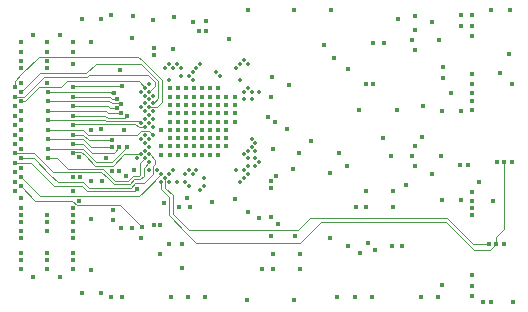
<source format=gbr>
G04 (created by PCBNEW (2013-07-07 BZR 4022)-stable) date 19/11/2015 00:50:24*
%MOIN*%
G04 Gerber Fmt 3.4, Leading zero omitted, Abs format*
%FSLAX34Y34*%
G01*
G70*
G90*
G04 APERTURE LIST*
%ADD10C,0.00590551*%
%ADD11C,0.015748*%
%ADD12C,0.0137795*%
%ADD13C,0.00393701*%
G04 APERTURE END LIST*
G54D10*
G54D11*
X69625Y-48818D03*
X68582Y-48681D03*
X67874Y-48779D03*
X69212Y-48858D03*
X71830Y-50669D03*
X71929Y-52165D03*
X71023Y-55196D03*
X71712Y-52027D03*
X72529Y-53759D03*
X68110Y-55629D03*
X67893Y-55629D03*
X70413Y-49409D03*
X74074Y-53208D03*
X63464Y-55511D03*
X64330Y-55511D03*
X65196Y-55511D03*
X68405Y-56240D03*
X73759Y-53897D03*
X71791Y-55984D03*
X73759Y-56062D03*
X68838Y-56240D03*
X69625Y-49153D03*
X71417Y-55374D03*
X67913Y-49724D03*
X72401Y-50964D03*
X73129Y-52814D03*
X75826Y-56299D03*
X78503Y-50570D03*
X78366Y-53602D03*
X77165Y-53917D03*
X76870Y-51653D03*
X77165Y-48838D03*
X65196Y-55826D03*
X64330Y-55826D03*
X63464Y-55826D03*
G54D12*
X70890Y-53264D03*
X69580Y-54313D03*
X70629Y-53789D03*
X68662Y-50249D03*
X67745Y-52216D03*
G54D11*
X63267Y-53858D03*
X63464Y-51496D03*
G54D12*
X67614Y-51036D03*
G54D11*
X63267Y-51338D03*
G54D12*
X67745Y-51167D03*
G54D11*
X63267Y-51023D03*
G54D12*
X67744Y-51691D03*
G54D11*
X63464Y-52125D03*
G54D12*
X67481Y-51691D03*
G54D11*
X65196Y-51023D03*
X66850Y-50984D03*
G54D12*
X67614Y-51298D03*
G54D11*
X63267Y-51653D03*
X63464Y-51811D03*
G54D12*
X67745Y-51429D03*
G54D11*
X63464Y-51181D03*
G54D12*
X67876Y-51560D03*
G54D11*
X66574Y-51200D03*
X64370Y-51181D03*
X65196Y-51338D03*
X66653Y-51417D03*
G54D12*
X67614Y-51560D03*
G54D11*
X63267Y-51968D03*
X66811Y-51574D03*
X64370Y-51496D03*
X63267Y-53228D03*
G54D12*
X67745Y-53527D03*
G54D11*
X64370Y-53385D03*
G54D12*
X67614Y-53396D03*
G54D11*
X63267Y-52283D03*
G54D12*
X67745Y-52740D03*
G54D11*
X63464Y-52440D03*
G54D12*
X67483Y-52740D03*
X67744Y-53264D03*
G54D11*
X63464Y-53385D03*
G54D12*
X67481Y-53264D03*
G54D11*
X65196Y-53228D03*
X63267Y-52913D03*
G54D12*
X67614Y-53133D03*
G54D11*
X63464Y-53070D03*
X66751Y-53799D03*
X63464Y-52755D03*
G54D12*
X67745Y-53002D03*
G54D11*
X66988Y-53031D03*
X64370Y-53070D03*
X63267Y-52598D03*
G54D12*
X67614Y-52871D03*
G54D11*
X65196Y-52913D03*
X66751Y-53031D03*
X66988Y-51988D03*
X65196Y-51968D03*
X66515Y-52795D03*
X65196Y-52598D03*
X66811Y-51889D03*
X64370Y-51811D03*
X64370Y-52440D03*
G54D12*
X67876Y-52609D03*
G54D11*
X63464Y-54330D03*
X67500Y-55688D03*
X65393Y-54803D03*
X67165Y-55728D03*
X66811Y-55728D03*
X63267Y-54488D03*
X63267Y-54173D03*
X66535Y-55118D03*
X75039Y-56220D03*
X75255Y-56437D03*
X76181Y-56299D03*
X74763Y-56555D03*
X78503Y-51771D03*
X78503Y-51220D03*
X78503Y-51496D03*
X78503Y-50925D03*
X78720Y-54192D03*
X78090Y-53602D03*
X78503Y-54527D03*
X76003Y-51791D03*
X73562Y-49625D03*
X73917Y-50059D03*
X74370Y-50413D03*
X75570Y-49547D03*
X75216Y-49547D03*
X76023Y-48759D03*
X71515Y-57086D03*
X71870Y-57086D03*
X72775Y-57086D03*
X71870Y-56594D03*
X72775Y-56594D03*
X74960Y-54488D03*
X75885Y-54488D03*
X75885Y-55000D03*
X74960Y-55000D03*
X74625Y-55000D03*
X64783Y-57342D03*
X64330Y-50866D03*
X63877Y-57342D03*
X63464Y-56062D03*
X65196Y-55275D03*
X65196Y-56535D03*
X64330Y-56535D03*
X63464Y-56535D03*
X63464Y-57086D03*
X63464Y-56771D03*
X64330Y-57086D03*
X64330Y-56771D03*
X65196Y-56771D03*
X65196Y-57086D03*
X65196Y-56062D03*
X65196Y-55039D03*
X63464Y-55275D03*
X63464Y-55039D03*
X63464Y-54724D03*
X63464Y-50866D03*
X64330Y-50393D03*
X63464Y-50393D03*
X64783Y-49271D03*
X63877Y-49271D03*
X64330Y-50157D03*
X63464Y-50157D03*
X65196Y-49842D03*
X63464Y-49842D03*
X64330Y-49842D03*
X63464Y-49527D03*
X64330Y-49527D03*
X65196Y-49527D03*
X67460Y-56062D03*
X66141Y-52421D03*
X71791Y-55334D03*
X66122Y-57874D03*
X65492Y-57874D03*
X66830Y-58011D03*
X66456Y-58011D03*
X69606Y-58011D03*
X68464Y-58011D03*
X69035Y-58011D03*
X72578Y-58129D03*
X71003Y-58129D03*
X75157Y-58011D03*
X74015Y-58011D03*
X74586Y-58011D03*
X77500Y-57598D03*
X76791Y-58011D03*
X77362Y-58011D03*
X77500Y-54783D03*
X78129Y-54783D03*
X77814Y-51200D03*
X78129Y-51830D03*
X77500Y-51830D03*
X78129Y-48976D03*
X78129Y-48622D03*
X73818Y-48464D03*
X72578Y-48464D03*
X71043Y-48464D03*
X66456Y-48602D03*
X65492Y-48740D03*
X66122Y-48740D03*
X78503Y-49330D03*
X78503Y-48622D03*
X79133Y-48444D03*
X79763Y-48444D03*
X78503Y-48976D03*
X79330Y-53503D03*
X79842Y-50905D03*
X79448Y-50551D03*
X79192Y-54803D03*
X78503Y-54803D03*
X78503Y-55295D03*
X78503Y-55039D03*
X79566Y-56259D03*
X78503Y-57283D03*
X78503Y-57992D03*
X79881Y-58188D03*
X78858Y-58188D03*
X79133Y-58188D03*
X78503Y-57637D03*
X68838Y-57047D03*
X72598Y-55984D03*
X77539Y-50708D03*
X76850Y-52696D03*
X76318Y-54291D03*
X75807Y-53307D03*
X76614Y-52972D03*
X76614Y-53641D03*
X76515Y-53307D03*
X77539Y-50354D03*
X76614Y-49783D03*
X76614Y-48641D03*
X76515Y-49448D03*
X76614Y-49114D03*
X66535Y-55433D03*
X65807Y-49507D03*
X65807Y-57106D03*
X65807Y-55413D03*
X65807Y-54153D03*
X65807Y-52460D03*
X66515Y-53799D03*
X66181Y-54153D03*
X74350Y-53641D03*
X74360Y-56328D03*
X75531Y-52716D03*
X74980Y-50925D03*
X74724Y-51791D03*
X75216Y-50925D03*
X67185Y-49389D03*
X69389Y-49153D03*
X68523Y-49744D03*
X67204Y-48661D03*
G54D12*
X69974Y-50511D03*
G54D11*
X69763Y-51062D03*
X69763Y-51338D03*
X69488Y-51338D03*
X70039Y-51062D03*
X70314Y-51614D03*
X70314Y-52165D03*
X70039Y-52716D03*
X70314Y-52992D03*
X70039Y-52992D03*
X69763Y-52992D03*
X69232Y-52992D03*
X68700Y-52992D03*
X68149Y-52992D03*
X68700Y-52165D03*
X68425Y-51062D03*
X68700Y-51614D03*
X68700Y-51338D03*
X68700Y-51062D03*
X69232Y-51062D03*
X68956Y-51062D03*
X69488Y-51062D03*
X68956Y-51338D03*
X69232Y-51338D03*
X68425Y-51338D03*
X70039Y-51338D03*
X70314Y-51338D03*
X70590Y-51338D03*
X70590Y-51614D03*
X70039Y-51614D03*
X69763Y-51614D03*
X68425Y-51614D03*
X69232Y-51614D03*
X68956Y-51614D03*
X69488Y-51614D03*
X69488Y-52165D03*
X68956Y-52165D03*
X69232Y-52165D03*
X68425Y-52165D03*
X69763Y-52165D03*
X70039Y-52165D03*
X70590Y-52165D03*
X70590Y-51889D03*
X70314Y-51889D03*
X70039Y-51889D03*
X69763Y-51889D03*
X68425Y-51889D03*
X68700Y-51889D03*
X69232Y-51889D03*
X68956Y-51889D03*
X69488Y-51889D03*
X69488Y-52992D03*
X68956Y-52992D03*
X68425Y-52992D03*
X70039Y-53267D03*
X69763Y-53267D03*
X68149Y-53267D03*
X68425Y-53267D03*
X68700Y-53267D03*
X69232Y-53267D03*
X68956Y-53267D03*
X69488Y-53267D03*
X69488Y-52716D03*
X68956Y-52716D03*
X69232Y-52716D03*
X68700Y-52716D03*
X68425Y-52716D03*
X69763Y-52716D03*
X70314Y-52716D03*
X70314Y-52440D03*
X70039Y-52440D03*
X69763Y-52440D03*
X68149Y-52440D03*
X68425Y-52440D03*
X68700Y-52440D03*
X69232Y-52440D03*
X68956Y-52440D03*
X69488Y-52440D03*
X72322Y-52401D03*
X71811Y-51338D03*
G54D12*
X70760Y-54182D03*
G54D11*
X71791Y-54133D03*
G54D12*
X70891Y-53789D03*
G54D11*
X68228Y-54881D03*
G54D12*
X68662Y-54182D03*
X69056Y-54313D03*
G54D11*
X71968Y-53976D03*
X69015Y-54724D03*
X69114Y-55000D03*
X69822Y-54842D03*
X71870Y-53070D03*
G54D12*
X71416Y-53527D03*
X71285Y-53133D03*
X71285Y-52871D03*
X70760Y-50774D03*
X70105Y-50642D03*
X69187Y-50774D03*
X69056Y-50642D03*
X68792Y-50380D03*
X68400Y-50249D03*
G54D11*
X67913Y-49940D03*
G54D12*
X68400Y-53920D03*
X67351Y-53396D03*
X67483Y-51167D03*
X67614Y-51822D03*
X67876Y-52085D03*
G54D11*
X67224Y-53779D03*
G54D12*
X67745Y-51953D03*
G54D11*
X64330Y-55275D03*
X77401Y-49448D03*
X65196Y-54015D03*
X77460Y-53307D03*
X65452Y-54015D03*
X63464Y-53700D03*
X66653Y-51712D03*
X65196Y-51653D03*
X66515Y-53031D03*
X64370Y-52755D03*
G54D12*
X71022Y-50249D03*
G54D11*
X79724Y-49921D03*
G54D12*
X70760Y-50249D03*
X70628Y-50380D03*
X70891Y-50118D03*
X69187Y-50511D03*
X71153Y-51429D03*
X69449Y-54444D03*
X69317Y-50380D03*
X69449Y-50249D03*
X68268Y-50380D03*
X68794Y-50642D03*
G54D11*
X70590Y-54744D03*
G54D12*
X68925Y-53920D03*
X69579Y-54051D03*
X68925Y-54182D03*
G54D11*
X72027Y-55590D03*
G54D12*
X71416Y-51167D03*
X70891Y-51167D03*
X68400Y-50774D03*
X70890Y-54051D03*
X69187Y-53920D03*
G54D11*
X68740Y-55000D03*
X68110Y-56574D03*
G54D12*
X69056Y-53789D03*
G54D11*
X66889Y-52460D03*
X66968Y-53996D03*
G54D12*
X67744Y-50905D03*
X67614Y-52085D03*
X71153Y-51167D03*
X70891Y-51429D03*
X71022Y-51036D03*
X71022Y-53658D03*
X68531Y-53789D03*
X68400Y-54182D03*
X67614Y-52609D03*
G54D11*
X66299Y-53366D03*
X66771Y-50433D03*
G54D12*
X67876Y-51298D03*
X67876Y-51822D03*
X71153Y-52740D03*
X71022Y-53396D03*
X71285Y-53658D03*
X71153Y-53002D03*
X71285Y-53396D03*
G54D11*
X72736Y-53208D03*
G54D12*
X71022Y-53133D03*
X68007Y-53789D03*
X67745Y-53789D03*
G54D11*
X79822Y-53503D03*
G54D12*
X68268Y-54051D03*
G54D11*
X79055Y-56259D03*
X79566Y-53503D03*
G54D12*
X68138Y-54182D03*
G54D11*
X79311Y-56259D03*
X71791Y-54389D03*
G54D12*
X69318Y-53789D03*
G54D11*
X63464Y-54015D03*
G54D12*
X68138Y-53920D03*
X68530Y-50380D03*
G54D11*
X65196Y-50236D03*
X65413Y-53346D03*
G54D12*
X67483Y-52216D03*
G54D11*
X64370Y-52125D03*
G54D12*
X67614Y-52347D03*
G54D11*
X65196Y-52283D03*
X65196Y-54488D03*
G54D12*
X71022Y-53920D03*
G54D11*
X63267Y-53543D03*
X67342Y-54409D03*
G54D12*
X67876Y-52347D03*
G54D13*
X63464Y-51496D02*
X63602Y-51496D01*
X64074Y-51023D02*
X63602Y-51496D01*
X67611Y-51036D02*
X67401Y-50826D01*
X67401Y-50826D02*
X65000Y-50826D01*
X65000Y-50826D02*
X64803Y-51023D01*
X67614Y-51036D02*
X67611Y-51036D01*
X64803Y-51023D02*
X64074Y-51023D01*
X63267Y-51338D02*
X63582Y-51338D01*
X67716Y-50629D02*
X65728Y-50629D01*
X67750Y-51167D02*
X67933Y-50984D01*
X67933Y-50984D02*
X67933Y-50846D01*
X67933Y-50846D02*
X67716Y-50629D01*
X67745Y-51167D02*
X67750Y-51167D01*
X64232Y-50688D02*
X64074Y-50846D01*
X65669Y-50688D02*
X64232Y-50688D01*
X65728Y-50629D02*
X65669Y-50688D01*
X63582Y-51338D02*
X64074Y-50846D01*
X67500Y-50118D02*
X67381Y-50000D01*
X64074Y-50000D02*
X63484Y-50590D01*
X67381Y-50000D02*
X64074Y-50000D01*
X63267Y-50807D02*
X63267Y-51023D01*
X63484Y-50590D02*
X63267Y-50807D01*
X67744Y-51691D02*
X67993Y-51691D01*
X68169Y-50787D02*
X67500Y-50118D01*
X68169Y-51515D02*
X68169Y-50787D01*
X67993Y-51691D02*
X68169Y-51515D01*
X66850Y-50984D02*
X66574Y-50984D01*
X65236Y-50984D02*
X65196Y-51023D01*
X65374Y-50984D02*
X66574Y-50984D01*
X65374Y-50984D02*
X65236Y-50984D01*
X63464Y-51181D02*
X63484Y-51181D01*
X63484Y-51181D02*
X63602Y-51062D01*
X65639Y-50561D02*
X64104Y-50561D01*
X63976Y-50688D02*
X63602Y-51062D01*
X64104Y-50561D02*
X63602Y-51062D01*
X67460Y-50236D02*
X65964Y-50236D01*
X65964Y-50236D02*
X65639Y-50561D01*
X67876Y-51560D02*
X67888Y-51560D01*
X68051Y-50826D02*
X67460Y-50236D01*
X68051Y-51397D02*
X68051Y-50826D01*
X67888Y-51560D02*
X68051Y-51397D01*
X64527Y-51181D02*
X64370Y-51181D01*
X66574Y-51200D02*
X66476Y-51200D01*
X66456Y-51181D02*
X64724Y-51181D01*
X66476Y-51200D02*
X66456Y-51181D01*
X64724Y-51181D02*
X64527Y-51181D01*
X65393Y-51338D02*
X65196Y-51338D01*
X66515Y-51417D02*
X66437Y-51338D01*
X66437Y-51338D02*
X65393Y-51338D01*
X66653Y-51417D02*
X66515Y-51417D01*
X64527Y-51496D02*
X64370Y-51496D01*
X66811Y-51574D02*
X66751Y-51574D01*
X66417Y-51496D02*
X64822Y-51496D01*
X66486Y-51564D02*
X66417Y-51496D01*
X66742Y-51564D02*
X66486Y-51564D01*
X66751Y-51574D02*
X66742Y-51564D01*
X64822Y-51496D02*
X64527Y-51496D01*
X63562Y-53228D02*
X63267Y-53228D01*
X63917Y-53228D02*
X63562Y-53228D01*
X67559Y-53700D02*
X67732Y-53527D01*
X66555Y-54251D02*
X66358Y-54055D01*
X67086Y-54251D02*
X66555Y-54251D01*
X67244Y-54094D02*
X67086Y-54251D01*
X67440Y-54094D02*
X67244Y-54094D01*
X67559Y-53976D02*
X67440Y-54094D01*
X67559Y-53700D02*
X67559Y-53976D01*
X66141Y-53838D02*
X64527Y-53838D01*
X66358Y-54055D02*
X66141Y-53838D01*
X64527Y-53838D02*
X63917Y-53228D01*
X67745Y-53527D02*
X67732Y-53527D01*
X67732Y-53527D02*
X67696Y-53562D01*
X65866Y-53740D02*
X65039Y-53740D01*
X65039Y-53740D02*
X64685Y-53385D01*
X64527Y-53385D02*
X64370Y-53385D01*
X66200Y-53740D02*
X65866Y-53740D01*
X66377Y-53917D02*
X66200Y-53740D01*
X64685Y-53385D02*
X64527Y-53385D01*
X67614Y-53396D02*
X67607Y-53396D01*
X67607Y-53396D02*
X67440Y-53562D01*
X66614Y-54153D02*
X66377Y-53917D01*
X67027Y-54153D02*
X66614Y-54153D01*
X67204Y-53976D02*
X67027Y-54153D01*
X67401Y-53976D02*
X67204Y-53976D01*
X67440Y-53937D02*
X67401Y-53976D01*
X67440Y-53562D02*
X67440Y-53937D01*
X66417Y-53956D02*
X66377Y-53917D01*
X64704Y-54192D02*
X65551Y-54192D01*
X65551Y-54192D02*
X65610Y-54251D01*
X67874Y-53740D02*
X67874Y-53917D01*
X67125Y-54370D02*
X65728Y-54370D01*
X67283Y-54212D02*
X67125Y-54370D01*
X67578Y-54212D02*
X67283Y-54212D01*
X67874Y-53917D02*
X67578Y-54212D01*
X65728Y-54370D02*
X65610Y-54251D01*
X67744Y-53264D02*
X67753Y-53264D01*
X67874Y-53641D02*
X67874Y-53740D01*
X67933Y-53582D02*
X67874Y-53641D01*
X67933Y-53444D02*
X67933Y-53582D01*
X67753Y-53264D02*
X67933Y-53444D01*
X65610Y-54251D02*
X65590Y-54232D01*
X64448Y-53937D02*
X63897Y-53385D01*
X63897Y-53385D02*
X63464Y-53385D01*
X64704Y-54192D02*
X64448Y-53937D01*
X65196Y-53228D02*
X65255Y-53169D01*
X65472Y-53169D02*
X65590Y-53287D01*
X65255Y-53169D02*
X65472Y-53169D01*
X65590Y-53287D02*
X65944Y-53641D01*
X66102Y-53641D02*
X65944Y-53641D01*
X67481Y-53264D02*
X66912Y-53264D01*
X66535Y-53641D02*
X66102Y-53641D01*
X66912Y-53264D02*
X66535Y-53641D01*
X64370Y-53070D02*
X65531Y-53070D01*
X65531Y-53070D02*
X65984Y-53523D01*
X66732Y-53287D02*
X66496Y-53523D01*
X66988Y-53031D02*
X66732Y-53287D01*
X66496Y-53523D02*
X65984Y-53523D01*
X66102Y-53208D02*
X65826Y-53208D01*
X65531Y-52913D02*
X65196Y-52913D01*
X65826Y-53208D02*
X65531Y-52913D01*
X65374Y-52913D02*
X65196Y-52913D01*
X66751Y-53031D02*
X66574Y-53208D01*
X66161Y-53208D02*
X66102Y-53208D01*
X66102Y-53208D02*
X65925Y-53208D01*
X66574Y-53208D02*
X66161Y-53208D01*
X65393Y-51968D02*
X65196Y-51968D01*
X66929Y-52047D02*
X66358Y-52047D01*
X66358Y-52047D02*
X66279Y-51968D01*
X66279Y-51968D02*
X65393Y-51968D01*
X66988Y-51988D02*
X66929Y-52047D01*
X66515Y-52795D02*
X65728Y-52795D01*
X65531Y-52598D02*
X65196Y-52598D01*
X65728Y-52795D02*
X65531Y-52598D01*
X64370Y-51811D02*
X64527Y-51811D01*
X66811Y-51889D02*
X66377Y-51889D01*
X66299Y-51811D02*
X64783Y-51811D01*
X66377Y-51889D02*
X66299Y-51811D01*
X64783Y-51811D02*
X64527Y-51811D01*
X65275Y-52440D02*
X65531Y-52440D01*
X65531Y-52440D02*
X65708Y-52618D01*
X64370Y-52440D02*
X64527Y-52440D01*
X65452Y-52440D02*
X65275Y-52440D01*
X65275Y-52440D02*
X64783Y-52440D01*
X64783Y-52440D02*
X64527Y-52440D01*
X67677Y-52480D02*
X67480Y-52480D01*
X67480Y-52480D02*
X67342Y-52618D01*
X67342Y-52618D02*
X65708Y-52618D01*
X67381Y-52578D02*
X67480Y-52480D01*
X67876Y-52609D02*
X67865Y-52609D01*
X67865Y-52609D02*
X67736Y-52480D01*
X67736Y-52480D02*
X67677Y-52480D01*
X66771Y-54960D02*
X65334Y-54960D01*
X63937Y-54803D02*
X63464Y-54330D01*
X65177Y-54803D02*
X63937Y-54803D01*
X65334Y-54960D02*
X65177Y-54803D01*
X66771Y-54960D02*
X67500Y-55688D01*
X65393Y-51653D02*
X65196Y-51653D01*
X66437Y-51712D02*
X66377Y-51653D01*
X66377Y-51653D02*
X65393Y-51653D01*
X66653Y-51712D02*
X66437Y-51712D01*
X66515Y-53031D02*
X65807Y-53031D01*
X65531Y-52755D02*
X64370Y-52755D01*
X65807Y-53031D02*
X65531Y-52755D01*
X72480Y-55787D02*
X72716Y-55787D01*
X78543Y-56259D02*
X79055Y-56259D01*
X77677Y-55393D02*
X78543Y-56259D01*
X73110Y-55393D02*
X77677Y-55393D01*
X72716Y-55787D02*
X73110Y-55393D01*
X68268Y-54051D02*
X68268Y-54370D01*
X69074Y-55787D02*
X72480Y-55787D01*
X68523Y-55236D02*
X69074Y-55787D01*
X68523Y-54625D02*
X68523Y-55236D01*
X68268Y-54370D02*
X68523Y-54625D01*
X72440Y-56200D02*
X72775Y-56200D01*
X78582Y-56456D02*
X79114Y-56456D01*
X77637Y-55511D02*
X78582Y-56456D01*
X73464Y-55511D02*
X77637Y-55511D01*
X72775Y-56200D02*
X73464Y-55511D01*
X79566Y-53503D02*
X79566Y-55748D01*
X79311Y-56003D02*
X79311Y-56259D01*
X79566Y-55748D02*
X79311Y-56003D01*
X68138Y-54182D02*
X68138Y-54418D01*
X79114Y-56456D02*
X79311Y-56259D01*
X69311Y-56200D02*
X72440Y-56200D01*
X69015Y-55905D02*
X69311Y-56200D01*
X68405Y-55295D02*
X69015Y-55905D01*
X68405Y-54685D02*
X68405Y-55295D01*
X68138Y-54418D02*
X68405Y-54685D01*
X63464Y-54015D02*
X64094Y-54645D01*
X67413Y-54645D02*
X68138Y-53920D01*
X64094Y-54645D02*
X67413Y-54645D01*
X68138Y-53920D02*
X68138Y-53928D01*
X68138Y-53928D02*
X67500Y-54566D01*
X64370Y-52125D02*
X64783Y-52125D01*
X67483Y-52216D02*
X67483Y-52207D01*
X66279Y-52125D02*
X64783Y-52125D01*
X66299Y-52145D02*
X66279Y-52125D01*
X67421Y-52145D02*
X66299Y-52145D01*
X67483Y-52207D02*
X67421Y-52145D01*
X65393Y-52244D02*
X65236Y-52244D01*
X67386Y-52347D02*
X67283Y-52244D01*
X67283Y-52244D02*
X65393Y-52244D01*
X67614Y-52347D02*
X67386Y-52347D01*
X65236Y-52244D02*
X65196Y-52283D01*
X63267Y-53543D02*
X63799Y-53543D01*
X67263Y-54488D02*
X67342Y-54409D01*
X65669Y-54488D02*
X67263Y-54488D01*
X65492Y-54311D02*
X65669Y-54488D01*
X64566Y-54311D02*
X65492Y-54311D01*
X63799Y-53543D02*
X64566Y-54311D01*
M02*

</source>
